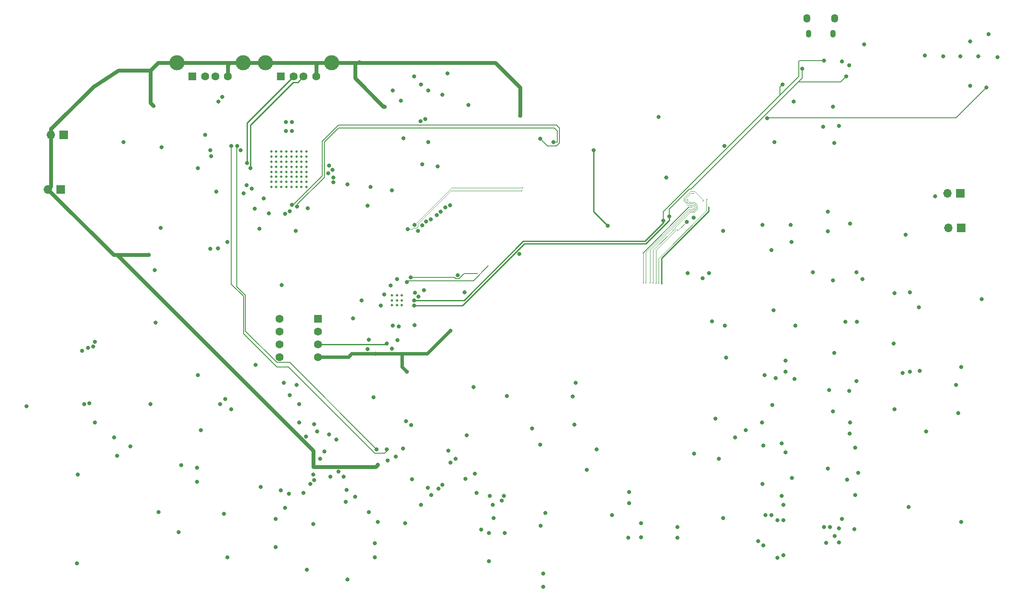
<source format=gbr>
%TF.GenerationSoftware,KiCad,Pcbnew,(5.99.0-9972-g9020611657)*%
%TF.CreationDate,2021-05-31T19:12:41-05:00*%
%TF.ProjectId,ti92revive,74693932-7265-4766-9976-652e6b696361,rev?*%
%TF.SameCoordinates,Original*%
%TF.FileFunction,Copper,L3,Inr*%
%TF.FilePolarity,Positive*%
%FSLAX46Y46*%
G04 Gerber Fmt 4.6, Leading zero omitted, Abs format (unit mm)*
G04 Created by KiCad (PCBNEW (5.99.0-9972-g9020611657)) date 2021-05-31 19:12:41*
%MOMM*%
%LPD*%
G01*
G04 APERTURE LIST*
%TA.AperFunction,ComponentPad*%
%ADD10R,1.700000X1.700000*%
%TD*%
%TA.AperFunction,ComponentPad*%
%ADD11O,1.700000X1.700000*%
%TD*%
%TA.AperFunction,ComponentPad*%
%ADD12O,1.350000X1.700000*%
%TD*%
%TA.AperFunction,ComponentPad*%
%ADD13O,1.100000X1.500000*%
%TD*%
%TA.AperFunction,ComponentPad*%
%ADD14R,1.600000X1.600000*%
%TD*%
%TA.AperFunction,ComponentPad*%
%ADD15C,1.600000*%
%TD*%
%TA.AperFunction,ComponentPad*%
%ADD16C,0.500000*%
%TD*%
%TA.AperFunction,ComponentPad*%
%ADD17C,3.000000*%
%TD*%
%TA.AperFunction,ViaPad*%
%ADD18C,0.300000*%
%TD*%
%TA.AperFunction,ViaPad*%
%ADD19C,0.800000*%
%TD*%
%TA.AperFunction,Conductor*%
%ADD20C,0.076200*%
%TD*%
%TA.AperFunction,Conductor*%
%ADD21C,0.127000*%
%TD*%
%TA.AperFunction,Conductor*%
%ADD22C,0.250000*%
%TD*%
%TA.AperFunction,Conductor*%
%ADD23C,0.200000*%
%TD*%
%TA.AperFunction,Conductor*%
%ADD24C,0.750000*%
%TD*%
%TA.AperFunction,Conductor*%
%ADD25C,0.700000*%
%TD*%
G04 APERTURE END LIST*
D10*
%TO.N,Net-(JP4-Pad1)*%
%TO.C,JP4*%
X247000000Y-68800000D03*
D11*
%TO.N,Net-(JP4-Pad2)*%
X244460000Y-68800000D03*
%TD*%
D12*
%TO.N,Earth_Clean*%
%TO.C,J1*%
X222105000Y-34085000D03*
D13*
X221795000Y-37085000D03*
X216955000Y-37085000D03*
D12*
X216645000Y-34085000D03*
%TD*%
D10*
%TO.N,Net-(R1-Pad2)*%
%TO.C,TH1*%
X68800000Y-68000000D03*
D11*
%TO.N,Earth_Clean*%
X66260000Y-68000000D03*
%TD*%
D14*
%TO.N,Net-(TP25-Pad1)*%
%TO.C,U5*%
X119750000Y-93620000D03*
D15*
%TO.N,SetPowerOFF*%
X119750000Y-96160000D03*
%TO.N,piWatchDogPin*%
X119750000Y-98700000D03*
%TO.N,Earth_Clean*%
X119750000Y-101240000D03*
%TO.N,Net-(U5-Pad5)*%
X112130000Y-101240000D03*
%TO.N,Net-(R13-Pad1)*%
X112130000Y-98700000D03*
%TO.N,SetPowerON*%
X112130000Y-96160000D03*
%TO.N,batCell+*%
X112130000Y-93620000D03*
%TD*%
D10*
%TO.N,batCell+*%
%TO.C,J2*%
X69400000Y-57200000D03*
D11*
%TO.N,Earth_Clean*%
X66860000Y-57200000D03*
%TD*%
D16*
%TO.N,N/C*%
%TO.C,U3*%
X134425000Y-90000000D03*
X135400000Y-90000000D03*
X135400000Y-89025000D03*
X134425000Y-89025000D03*
X136375000Y-90975000D03*
X136375000Y-89025000D03*
X135400000Y-90975000D03*
X134425000Y-90975000D03*
X136375000Y-90000000D03*
%TD*%
D14*
%TO.N,+5*%
%TO.C,J4*%
X94900000Y-45590000D03*
D15*
%TO.N,Net-(J4-Pad2)*%
X97400000Y-45590000D03*
%TO.N,Net-(J4-Pad3)*%
X99400000Y-45590000D03*
%TO.N,Earth_Clean*%
X101900000Y-45590000D03*
D17*
X91830000Y-42880000D03*
X104970000Y-42880000D03*
%TD*%
D16*
%TO.N,Earth_Clean*%
%TO.C,U7*%
X111500000Y-60500000D03*
X117500000Y-61500000D03*
X116500000Y-64500000D03*
X112500000Y-60500000D03*
X112500000Y-65500000D03*
X111500000Y-61500000D03*
X115500000Y-67500000D03*
X116500000Y-63500000D03*
X112500000Y-61500000D03*
X113500000Y-64500000D03*
X113500000Y-67500000D03*
X117500000Y-62500000D03*
X115500000Y-63500000D03*
X110500000Y-62500000D03*
X116500000Y-61500000D03*
X111500000Y-64500000D03*
X114500000Y-60500000D03*
X111500000Y-66500000D03*
X111500000Y-63500000D03*
X116500000Y-67500000D03*
X113500000Y-63500000D03*
X115500000Y-66500000D03*
X110500000Y-66500000D03*
X117500000Y-64500000D03*
X112500000Y-63500000D03*
X112500000Y-67500000D03*
X116500000Y-66500000D03*
X115500000Y-60500000D03*
X113500000Y-65500000D03*
X111500000Y-65500000D03*
X110500000Y-67500000D03*
X112500000Y-62500000D03*
X113500000Y-61500000D03*
X115500000Y-65500000D03*
X110500000Y-63500000D03*
X113500000Y-60500000D03*
X114500000Y-66500000D03*
X117500000Y-66500000D03*
X114500000Y-65500000D03*
X111500000Y-67500000D03*
X110500000Y-61500000D03*
X113500000Y-62500000D03*
X114500000Y-64500000D03*
X117500000Y-60500000D03*
X114500000Y-63500000D03*
X114500000Y-67500000D03*
X112500000Y-64500000D03*
X112500000Y-66500000D03*
X114500000Y-61500000D03*
X113500000Y-66500000D03*
X115500000Y-62500000D03*
X110500000Y-64500000D03*
X115500000Y-61500000D03*
X110500000Y-65500000D03*
X116500000Y-60500000D03*
X111500000Y-62500000D03*
X116500000Y-65500000D03*
X117500000Y-67500000D03*
X117500000Y-63500000D03*
X114500000Y-62500000D03*
X116500000Y-62500000D03*
X115500000Y-64500000D03*
X117500000Y-65500000D03*
X110500000Y-60500000D03*
%TD*%
D10*
%TO.N,BAT+*%
%TO.C,J3*%
X247200000Y-75600000D03*
D11*
%TO.N,batCell+*%
X244660000Y-75600000D03*
%TD*%
D14*
%TO.N,+5*%
%TO.C,J5*%
X112400000Y-45590000D03*
D15*
%TO.N,Net-(J5-Pad2)*%
X114900000Y-45590000D03*
%TO.N,Net-(J5-Pad3)*%
X116900000Y-45590000D03*
%TO.N,Earth_Clean*%
X119400000Y-45590000D03*
D17*
X122470000Y-42880000D03*
X109330000Y-42880000D03*
%TD*%
D18*
%TO.N,SD_DAT1*%
X193830000Y-71500000D03*
X184160000Y-86550000D03*
%TO.N,SD_DAT0*%
X196030000Y-70310000D03*
X184730000Y-86580000D03*
%TO.N,+3.3*%
X190080000Y-76090000D03*
%TO.N,SD_CLK*%
X194150000Y-68750000D03*
X185520000Y-86580000D03*
%TO.N,+3.3*%
X190860000Y-76060000D03*
X186140000Y-86590000D03*
%TO.N,SD_CMD*%
X192900000Y-70010000D03*
X186700000Y-86600000D03*
%TO.N,SD_DAT3*%
X196780000Y-69920000D03*
X187230000Y-86630000D03*
%TO.N,SD_DAT2*%
X197138110Y-71500000D03*
X187860000Y-86700000D03*
D19*
%TO.N,Net-(TP13-Pad1)*%
X117690000Y-71720000D03*
%TO.N,HDMI0_HOTPLUG*%
X137540000Y-75890000D03*
D18*
X160170000Y-68220000D03*
D19*
%TO.N,HDMI0_CEC*%
X138910000Y-75030000D03*
D18*
X160280000Y-67700000D03*
D19*
%TO.N,HDMI0_TX2_P*%
X145940000Y-71110000D03*
%TO.N,HDMI0_TX2_N*%
X145000000Y-71590000D03*
%TO.N,HDMI0_TX1_P*%
X144070000Y-72390000D03*
%TO.N,HDMI0_TX1_N*%
X143280000Y-73110000D03*
%TO.N,HDMI0_TX0_P*%
X142150000Y-73940000D03*
%TO.N,HDMI0_TX0_N*%
X141171212Y-74341212D03*
%TO.N,HDMI0_CK_P*%
X140460000Y-75110000D03*
%TO.N,HDMI0_CK_N*%
X139570000Y-76200000D03*
D18*
%TO.N,HDMI0_SCL*%
X151360000Y-84710000D03*
D19*
X138120000Y-85450000D03*
D18*
%TO.N,HDMI0_SDA*%
X153490000Y-83200000D03*
D19*
X137370000Y-86370000D03*
%TO.N,col9*%
X227600000Y-85800000D03*
X125600000Y-145400000D03*
X225000000Y-108000000D03*
X153600000Y-136200000D03*
X183800000Y-134200000D03*
X183800000Y-137000000D03*
X225200000Y-74800000D03*
X207800000Y-126400000D03*
X224600000Y-125600000D03*
X156800000Y-136200000D03*
X153600000Y-141725010D03*
X199200000Y-121400000D03*
X226200000Y-119200000D03*
X194250933Y-120450924D03*
%TO.N,col7*%
X226400000Y-106000000D03*
X75600000Y-114200000D03*
X163800000Y-118600000D03*
X214200000Y-105600000D03*
X123800000Y-124000000D03*
X143600000Y-127400000D03*
X223600000Y-133400000D03*
X221200000Y-135000000D03*
X75200000Y-99200000D03*
X210439402Y-105391393D03*
X237000000Y-104200000D03*
X79400000Y-117200000D03*
X154400000Y-130600000D03*
X157200000Y-109000000D03*
%TO.N,col8*%
X170777895Y-106325010D03*
X170200000Y-109074990D03*
X235600000Y-104400000D03*
X175000000Y-119600000D03*
X75600000Y-98200000D03*
X214325010Y-95002163D03*
X113000000Y-106400000D03*
X170601017Y-114674990D03*
X163887340Y-134687340D03*
X156159327Y-129725010D03*
X151200000Y-128200000D03*
%TO.N,col0*%
X123400000Y-117600000D03*
X149000000Y-125400000D03*
X72200000Y-124600000D03*
X238800000Y-91400000D03*
X121000000Y-120000000D03*
X251274990Y-89800000D03*
X247194454Y-133994454D03*
X156600000Y-128800000D03*
X147000000Y-121400000D03*
X137200000Y-114000000D03*
X200000000Y-133200000D03*
X101800000Y-141000000D03*
%TO.N,Net-(D84-Pad2)*%
X101800000Y-78400000D03*
X99912660Y-79687340D03*
%TO.N,Net-(R12-Pad2)*%
X252200000Y-47800000D03*
X208718838Y-53871126D03*
%TO.N,+5*%
X133600000Y-121800000D03*
X129612660Y-71187340D03*
X136680578Y-57874990D03*
X134600000Y-48400000D03*
X130200000Y-67525010D03*
X143462500Y-63400000D03*
X223587340Y-42587340D03*
X187200000Y-53600000D03*
X194200000Y-73600000D03*
X131600000Y-134000000D03*
%TO.N,Earth_Clean*%
X159600925Y-80820729D03*
X131624959Y-122600000D03*
X247000000Y-41600000D03*
X115400000Y-76200000D03*
X135404116Y-85800000D03*
X87200000Y-51400000D03*
X99500000Y-100500000D03*
X72000000Y-142200000D03*
X86200000Y-81000000D03*
X147420000Y-85020000D03*
X137400000Y-104200000D03*
X108200000Y-75800000D03*
X134194796Y-87050779D03*
X131149990Y-100600000D03*
X141000000Y-54000000D03*
X128000000Y-42800000D03*
X129800000Y-132000000D03*
X149605546Y-51205546D03*
X132950000Y-51550000D03*
X134400000Y-68200000D03*
X146000000Y-96000000D03*
X159800000Y-53400000D03*
%TO.N,SDA*%
X211800000Y-47200000D03*
X138800000Y-90000000D03*
X220000000Y-42400000D03*
X188205582Y-74205582D03*
%TO.N,SCL*%
X215700010Y-44021732D03*
X189331890Y-73360297D03*
X138800000Y-91000000D03*
X224400000Y-45600000D03*
%TO.N,+3.3*%
X225000000Y-43400000D03*
X192809313Y-74408664D03*
X254400000Y-41800000D03*
%TO.N,+3.3 High Current*%
X107200000Y-71800000D03*
X105000000Y-68800000D03*
X125600000Y-67000000D03*
X104400000Y-60250000D03*
X88800000Y-59600000D03*
X98400000Y-60200000D03*
X114137536Y-72337531D03*
%TO.N,5vRegulator*%
X140400000Y-63000000D03*
X144400000Y-49200000D03*
%TO.N,Net-(J4-Pad2)*%
X100000000Y-50600000D03*
X105600000Y-67200000D03*
%TO.N,Net-(J5-Pad2)*%
X105674990Y-62800000D03*
%TO.N,row0*%
X87600000Y-94400000D03*
X211600000Y-118400000D03*
X226800000Y-124200000D03*
X202400000Y-117200000D03*
%TO.N,Net-(J5-Pad3)*%
X106400000Y-63800000D03*
%TO.N,Net-(JP4-Pad2)*%
X236200000Y-77000000D03*
X200000000Y-76200000D03*
%TO.N,row4*%
X213686179Y-125274990D03*
X242000000Y-69400000D03*
X210800000Y-133600000D03*
X164400000Y-144200000D03*
X117587340Y-143412660D03*
X225125010Y-116400000D03*
X220800000Y-123400000D03*
X164400000Y-146800000D03*
X210800000Y-141074990D03*
%TO.N,row5*%
X219800000Y-55600000D03*
X125397997Y-127625021D03*
X220800000Y-72400000D03*
X115527796Y-106753116D03*
X200400000Y-95000000D03*
X120200000Y-121400000D03*
X209600000Y-80000000D03*
X221800000Y-86000000D03*
X220800000Y-76274990D03*
X122200000Y-125000000D03*
X197800000Y-94200000D03*
X234000000Y-88600000D03*
X221800000Y-51600000D03*
X207800000Y-75000000D03*
X237000000Y-88400000D03*
X122000000Y-116600000D03*
X210000000Y-92000000D03*
%TO.N,row6*%
X240200000Y-116000000D03*
X246600000Y-112400000D03*
X208200000Y-104800000D03*
X222000000Y-100400000D03*
X247200000Y-103200000D03*
X233800000Y-98600000D03*
X209800000Y-110800000D03*
X209600000Y-132600000D03*
X246200000Y-106800000D03*
X221800000Y-112000000D03*
X221000000Y-107800000D03*
X208000000Y-118800000D03*
X225200000Y-114200000D03*
X234000000Y-111600000D03*
%TO.N,row7*%
X220000000Y-135000000D03*
X127125010Y-129000000D03*
X226000000Y-135400000D03*
X101125010Y-132324835D03*
X223000000Y-135200000D03*
X208000000Y-138600000D03*
X208400000Y-132600000D03*
X220400000Y-138125010D03*
X125224978Y-129942949D03*
%TO.N,Net-(TP14-Pad1)*%
X113400000Y-56400000D03*
X113400000Y-54600000D03*
%TO.N,Net-(D1-Pad2)*%
X252600000Y-37200000D03*
%TO.N,Net-(TP15-Pad1)*%
X114600000Y-56400000D03*
X114600000Y-54600000D03*
%TO.N,BAT+*%
X132200000Y-91000000D03*
X126725010Y-93600000D03*
X112600000Y-87000000D03*
X193000000Y-84600000D03*
X99600000Y-68400000D03*
%TO.N,Net-(C3-Pad1)*%
X132850010Y-88800000D03*
X128400000Y-90000000D03*
%TO.N,piWatchDogPin*%
X188800000Y-65600000D03*
X133400000Y-98600000D03*
%TO.N,+1.8*%
X81200000Y-58600000D03*
X177200000Y-75200000D03*
X174400000Y-60200000D03*
%TO.N,Net-(D81-Pad2)*%
X249000000Y-38600000D03*
%TO.N,Net-(D81-Pad1)*%
X250600000Y-41600000D03*
X148800000Y-88400000D03*
X197200000Y-84600000D03*
X139630377Y-89274990D03*
%TO.N,Net-(R1-Pad2)*%
X135512660Y-97874990D03*
X138909085Y-94916235D03*
X129800000Y-97800000D03*
X87400000Y-84000000D03*
%TO.N,CCVref*%
X195949845Y-85624835D03*
X249000000Y-47400000D03*
%TO.N,!PowerGood*%
X138947414Y-88524990D03*
X140800000Y-88000000D03*
%TO.N,Net-(R4-Pad2)*%
X134600000Y-95000000D03*
X129600000Y-99649990D03*
%TO.N,Net-(R8-Pad2)*%
X135800000Y-95200000D03*
X134450010Y-99587340D03*
%TO.N,Net-(D82-Pad2)*%
X223000000Y-55400000D03*
X228000000Y-39200000D03*
X107400000Y-102800000D03*
X222000000Y-58800000D03*
%TO.N,Net-(C9-Pad1)*%
X145400000Y-45000000D03*
X136200000Y-50400000D03*
%TO.N,Net-(C10-Pad2)*%
X140073726Y-54499990D03*
X141600000Y-58600000D03*
X140200000Y-47200000D03*
X138800000Y-45600000D03*
X141600000Y-48400000D03*
%TO.N,batCell+*%
X97400000Y-57200000D03*
%TO.N,Net-(TP16-Pad1)*%
X122600000Y-64074990D03*
%TO.N,SetPowerOFF*%
X98400000Y-79800000D03*
%TO.N,Net-(U5-Pad5)*%
X96000000Y-104800000D03*
X62000000Y-111000000D03*
%TO.N,col1*%
X200600000Y-101400000D03*
X212000000Y-130600000D03*
X150578453Y-107181604D03*
X198512660Y-113474990D03*
X135187340Y-120987340D03*
X210200000Y-58600000D03*
X204541310Y-115775021D03*
X119600000Y-116000000D03*
X96600000Y-115800000D03*
X214000000Y-50600000D03*
%TO.N,+1*%
X110032191Y-72725010D03*
X113200000Y-72800000D03*
X98600000Y-61400000D03*
X96000000Y-63800000D03*
%TO.N,Net-(TP17-Pad1)*%
X121800000Y-64800000D03*
%TO.N,Net-(TP18-Pad1)*%
X122800000Y-65600000D03*
%TO.N,Net-(TP19-Pad1)*%
X122800000Y-66600000D03*
%TO.N,USB_HOST_N*%
X163800000Y-57949980D03*
X114600000Y-71050002D03*
%TO.N,USB_HOST_P*%
X115624943Y-71400000D03*
X166400000Y-58649990D03*
%TO.N,Net-(TP22-Pad1)*%
X121942937Y-63281277D03*
%TO.N,Net-(D2-Pad1)*%
X243600000Y-41600000D03*
%TO.N,Net-(D4-Pad1)*%
X240000000Y-41400000D03*
%TO.N,Net-(R18-Pad1)*%
X131000000Y-141000000D03*
X131000000Y-138200000D03*
%TO.N,Net-(R20-Pad1)*%
X207000000Y-137800000D03*
X223000000Y-138000000D03*
%TO.N,Net-(R15-Pad1)*%
X88571438Y-75607436D03*
X109000000Y-69800000D03*
%TO.N,Net-(J4-Pad3)*%
X106600000Y-67800000D03*
X100800000Y-49600000D03*
%TO.N,/USB and Keyboard connections/KEYBOARD_USB_DN*%
X133400000Y-119600000D03*
X102600000Y-59400000D03*
%TO.N,/USB and Keyboard connections/KEYBOARD_USB_DP*%
X131400000Y-119600000D03*
X103800000Y-59400000D03*
%TO.N,col3*%
X226499216Y-94274990D03*
X224224979Y-94274990D03*
X236800000Y-131000000D03*
X113200000Y-131200000D03*
X112400000Y-127725010D03*
X152143539Y-135518191D03*
X102600000Y-111600000D03*
X101400000Y-109600000D03*
%TO.N,col5*%
X116000000Y-114200000D03*
X144400000Y-126600000D03*
X162200000Y-115400000D03*
X149200000Y-116800000D03*
X73037423Y-100000000D03*
X213400000Y-75000000D03*
X140200000Y-130600000D03*
X137000000Y-134200000D03*
X119000000Y-114600000D03*
X212000000Y-140600000D03*
X212400000Y-104200000D03*
X212400000Y-120200000D03*
X130800000Y-109200000D03*
X207725010Y-114200000D03*
X142200000Y-128600000D03*
X211600000Y-128800000D03*
X213600000Y-78400000D03*
X138200000Y-114725010D03*
X212000000Y-133600000D03*
X117366633Y-116987759D03*
%TO.N,row1*%
X100400000Y-110600000D03*
X86600000Y-110600000D03*
X73487435Y-110630377D03*
%TO.N,col2*%
X226200000Y-128600000D03*
X138408764Y-125470496D03*
X95800000Y-126000000D03*
X95800000Y-123200000D03*
X200257446Y-59352589D03*
X212400000Y-102000000D03*
%TO.N,col4*%
X222149845Y-136775165D03*
X153812660Y-128787340D03*
X217800000Y-84400000D03*
X114200000Y-108800000D03*
X226400000Y-84400000D03*
X116000000Y-110600000D03*
X239000000Y-104000000D03*
X118800000Y-124600000D03*
X116906349Y-128189075D03*
%TO.N,col6*%
X82600000Y-119000000D03*
X108400000Y-127000000D03*
X74474990Y-110400000D03*
X74200000Y-99400000D03*
X141513348Y-127175010D03*
%TO.N,row3*%
X154600000Y-133200000D03*
X114000000Y-128400000D03*
X191000000Y-135000000D03*
X178000000Y-132600000D03*
X92200000Y-136000000D03*
X164800000Y-132200000D03*
X190948000Y-137074990D03*
X118800000Y-134400000D03*
X111400000Y-139000000D03*
X88200000Y-132000000D03*
X118200000Y-126400000D03*
X111400000Y-133400000D03*
%TO.N,row2*%
X145600000Y-119800000D03*
X124800000Y-125000000D03*
X136600000Y-119400000D03*
X119005850Y-125674990D03*
X181400000Y-130200000D03*
X92667809Y-122725010D03*
X173000000Y-123600000D03*
X80000000Y-120800000D03*
X181400000Y-128024979D03*
X146000000Y-122200000D03*
X150800000Y-124400000D03*
X181200000Y-137074990D03*
%TD*%
D20*
%TO.N,+3.3*%
X191157977Y-76060000D02*
X190860000Y-76060000D01*
X192809313Y-74408664D02*
X191157977Y-76060000D01*
X190080000Y-76120000D02*
X190080000Y-76090000D01*
X186140000Y-80060000D02*
X190080000Y-76120000D01*
%TO.N,SD_CMD*%
X192838633Y-70021368D02*
X192850001Y-70010000D01*
X192838633Y-70026772D02*
X192838633Y-70021368D01*
X193371339Y-70559477D02*
X192838633Y-70026772D01*
X194890522Y-71134889D02*
X194315109Y-70559477D01*
X194335110Y-72520522D02*
X194890522Y-71965110D01*
X193491344Y-72520522D02*
X194335110Y-72520522D01*
X190458101Y-75853711D02*
X190458101Y-75553773D01*
X190468101Y-76276289D02*
X190468101Y-75863711D01*
X192850001Y-70010000D02*
X192900000Y-70010000D01*
X186700000Y-80044390D02*
X190468101Y-76276289D01*
%TO.N,SD_CLK*%
X192492422Y-69868200D02*
X193610622Y-68750000D01*
X192492422Y-70171179D02*
X192492422Y-69868200D01*
X193156930Y-70835688D02*
X192492422Y-70171179D01*
X194614312Y-71279257D02*
X194170699Y-70835688D01*
X193331298Y-72214312D02*
X194250700Y-72214312D01*
X185520000Y-80025610D02*
X193331298Y-72214312D01*
%TO.N,SD_CMD*%
X194890522Y-71965110D02*
X194890522Y-71134889D01*
%TO.N,SD_CLK*%
X185520000Y-86580000D02*
X185520000Y-80025610D01*
%TO.N,SD_CMD*%
X190468101Y-75863711D02*
X190458101Y-75853711D01*
%TO.N,SD_DAT0*%
X192216211Y-69723789D02*
X193578111Y-68361889D01*
X193042519Y-71111899D02*
X192216211Y-70285589D01*
%TO.N,SD_CLK*%
X194250700Y-72214312D02*
X194614312Y-71850699D01*
%TO.N,SD_DAT0*%
X194258101Y-71313711D02*
X194056289Y-71111899D01*
%TO.N,SD_CMD*%
X194315109Y-70559477D02*
X193371339Y-70559477D01*
X190458101Y-75553773D02*
X193491344Y-72520522D01*
%TO.N,SD_DAT0*%
X194136289Y-71938101D02*
X194258101Y-71816289D01*
X184730000Y-86580000D02*
X184730000Y-80424975D01*
X194056289Y-71111899D02*
X193042519Y-71111899D01*
X194336294Y-68361889D02*
X196030000Y-70055595D01*
X193578111Y-68361889D02*
X194336294Y-68361889D01*
%TO.N,+3.3*%
X186140000Y-86590000D02*
X186140000Y-80060000D01*
%TO.N,SD_DAT0*%
X196030000Y-70055595D02*
X196030000Y-70310000D01*
%TO.N,SD_CLK*%
X194170699Y-70835688D02*
X193156930Y-70835688D01*
%TO.N,SD_DAT0*%
X192216211Y-70285589D02*
X192216211Y-69723789D01*
X194258101Y-71816289D02*
X194258101Y-71313711D01*
%TO.N,SD_CLK*%
X193610622Y-68750000D02*
X194150000Y-68750000D01*
%TO.N,SD_DAT0*%
X184730000Y-80424975D02*
X193216898Y-71938101D01*
X193216898Y-71938101D02*
X194136289Y-71938101D01*
%TO.N,SD_CMD*%
X186700000Y-86600000D02*
X186700000Y-80044390D01*
%TO.N,SD_CLK*%
X194614312Y-71850699D02*
X194614312Y-71279257D01*
%TO.N,SD_DAT1*%
X193260000Y-71500000D02*
X193830000Y-71500000D01*
D21*
X184160000Y-80600000D02*
X193260000Y-71500000D01*
D20*
X184160000Y-86550000D02*
X184160000Y-80600000D01*
D22*
%TO.N,SCL*%
X189331890Y-74104594D02*
X189331890Y-73360297D01*
X160621762Y-78726890D02*
X184709594Y-78726890D01*
X148348652Y-91000000D02*
X160621762Y-78726890D01*
X138800000Y-91000000D02*
X148348652Y-91000000D01*
%TO.N,SDA*%
X160435363Y-78276879D02*
X184523121Y-78276879D01*
X148712225Y-90000000D02*
X160435363Y-78276879D01*
X138800000Y-90000000D02*
X148712225Y-90000000D01*
X184523121Y-78276879D02*
X188205582Y-74594418D01*
%TO.N,SCL*%
X184709594Y-78726890D02*
X189331890Y-74104594D01*
%TO.N,SDA*%
X188205582Y-74594418D02*
X188205582Y-74205582D01*
D23*
%TO.N,SCL*%
X189331890Y-71909949D02*
X189331890Y-73360297D01*
X193299949Y-67941889D02*
X189331890Y-71909949D01*
X193658111Y-67941889D02*
X193299949Y-67941889D01*
X214900000Y-46700000D02*
X193658111Y-67941889D01*
%TO.N,SDA*%
X188205582Y-72394418D02*
X188205582Y-74205582D01*
X211300000Y-49300000D02*
X188205582Y-72394418D01*
D20*
%TO.N,SD_DAT3*%
X196750000Y-69950000D02*
X196780000Y-69920000D01*
X196750000Y-72190000D02*
X196750000Y-69950000D01*
X187230000Y-81710000D02*
X196750000Y-72190000D01*
D22*
%TO.N,SD_DAT2*%
X197138110Y-72361890D02*
X197138110Y-71500000D01*
X187860000Y-81640000D02*
X197138110Y-72361890D01*
X187860000Y-86700000D02*
X187860000Y-81640000D01*
D20*
%TO.N,SD_DAT3*%
X187230000Y-86630000D02*
X187230000Y-81710000D01*
D21*
%TO.N,HDMI0_SCL*%
X148711982Y-84710000D02*
X151360000Y-84710000D01*
X147061519Y-85683501D02*
X147738481Y-85683501D01*
X146828018Y-85450000D02*
X147061519Y-85683501D01*
X138120000Y-85450000D02*
X146828018Y-85450000D01*
X147738481Y-85683501D02*
X148711982Y-84710000D01*
%TO.N,HDMI0_SDA*%
X150576499Y-86113501D02*
X137626499Y-86113501D01*
X137626499Y-86113501D02*
X137370000Y-86370000D01*
X153490000Y-83200000D02*
X150576499Y-86113501D01*
D20*
%TO.N,HDMI0_HOTPLUG*%
X160170000Y-68220000D02*
X146130000Y-68220000D01*
X146130000Y-68220000D02*
X139548111Y-74801889D01*
X139548111Y-74801889D02*
X139548111Y-75336294D01*
X139216294Y-75668111D02*
X138681889Y-75668111D01*
X139548111Y-75336294D02*
X139216294Y-75668111D01*
X138681889Y-75668111D02*
X138460000Y-75890000D01*
X138460000Y-75890000D02*
X137540000Y-75890000D01*
%TO.N,HDMI0_CEC*%
X160280000Y-67700000D02*
X146240000Y-67700000D01*
X146240000Y-67700000D02*
X138910000Y-75030000D01*
D23*
%TO.N,Net-(R12-Pad2)*%
X252200000Y-47800000D02*
X246200000Y-53800000D01*
X246200000Y-53800000D02*
X208789964Y-53800000D01*
X208789964Y-53800000D02*
X208718838Y-53871126D01*
D24*
%TO.N,Earth_Clean*%
X75308998Y-47600001D02*
X80207018Y-44400000D01*
X127120000Y-42880000D02*
X127120000Y-45920000D01*
X79260000Y-81000000D02*
X86200000Y-81000000D01*
X79260000Y-81000000D02*
X80000000Y-81000000D01*
X88120000Y-42880000D02*
X102320000Y-42880000D01*
X131224959Y-123000000D02*
X131624959Y-122600000D01*
X102320000Y-42880000D02*
X119720000Y-42880000D01*
X102320000Y-42880000D02*
X101900000Y-43300000D01*
X88120000Y-42880000D02*
X91830000Y-42880000D01*
X119400000Y-43200000D02*
X119400000Y-45590000D01*
D25*
X136400000Y-103200000D02*
X137400000Y-104200000D01*
X136400000Y-100600000D02*
X141400000Y-100600000D01*
D24*
X127120000Y-42880000D02*
X154880000Y-42880000D01*
X159800000Y-47800000D02*
X159800000Y-53400000D01*
X132750000Y-51550000D02*
X132950000Y-51550000D01*
D25*
X130400000Y-100600000D02*
X131149990Y-100600000D01*
X125840000Y-101240000D02*
X126480000Y-100600000D01*
D24*
X66260000Y-68000000D02*
X79260000Y-81000000D01*
X80207018Y-44400000D02*
X86600000Y-44400000D01*
X154880000Y-42880000D02*
X159800000Y-47800000D01*
D25*
X136400000Y-100600000D02*
X136400000Y-103200000D01*
D24*
X127120000Y-42880000D02*
X128080000Y-42880000D01*
D25*
X126480000Y-100600000D02*
X130400000Y-100600000D01*
D24*
X66860000Y-67400000D02*
X66260000Y-68000000D01*
X66968999Y-55940000D02*
X75308998Y-47600001D01*
D25*
X130400000Y-100600000D02*
X136400000Y-100600000D01*
D24*
X80000000Y-81000000D02*
X99500000Y-100500000D01*
X66860000Y-55940000D02*
X66968999Y-55940000D01*
D22*
X102260000Y-45590000D02*
X101900000Y-45590000D01*
D24*
X127120000Y-45920000D02*
X132750000Y-51550000D01*
D25*
X141400000Y-100600000D02*
X146000000Y-96000000D01*
D24*
X118800000Y-123000000D02*
X131224959Y-123000000D01*
X86600000Y-44400000D02*
X86600000Y-50800000D01*
D25*
X119750000Y-101240000D02*
X125840000Y-101240000D01*
D24*
X99500000Y-100500000D02*
X118800000Y-119800000D01*
X119720000Y-42880000D02*
X127120000Y-42880000D01*
X66860000Y-57200000D02*
X66860000Y-55940000D01*
X119720000Y-42880000D02*
X119400000Y-43200000D01*
X66860000Y-57200000D02*
X66860000Y-67400000D01*
D22*
X119760000Y-45590000D02*
X119400000Y-45590000D01*
D24*
X86600000Y-44400000D02*
X88120000Y-42880000D01*
X86600000Y-50800000D02*
X87200000Y-51400000D01*
X101900000Y-43300000D02*
X101900000Y-45590000D01*
X118800000Y-119800000D02*
X118800000Y-123000000D01*
D23*
%TO.N,SDA*%
X215000000Y-45600000D02*
X215000000Y-42600000D01*
X215000000Y-42600000D02*
X215200000Y-42400000D01*
X211300000Y-49300000D02*
X215000000Y-45600000D01*
X215200000Y-42400000D02*
X220000000Y-42400000D01*
X211300000Y-49300000D02*
X211300000Y-47700000D01*
X211300000Y-47700000D02*
X211800000Y-47200000D01*
%TO.N,SCL*%
X223300000Y-46700000D02*
X224400000Y-45600000D01*
X215700010Y-45899990D02*
X215700010Y-44021732D01*
X214900000Y-46700000D02*
X223300000Y-46700000D01*
X214900000Y-46700000D02*
X215700010Y-45899990D01*
D22*
%TO.N,Net-(J5-Pad2)*%
X114900000Y-45590000D02*
X105674990Y-54815010D01*
X105674990Y-54815010D02*
X105674990Y-62800000D01*
%TO.N,Net-(J5-Pad3)*%
X115774989Y-46715011D02*
X116900000Y-45590000D01*
X106400000Y-63800000D02*
X106400000Y-55200000D01*
X106400000Y-55200000D02*
X114884989Y-46715011D01*
X114884989Y-46715011D02*
X115774989Y-46715011D01*
%TO.N,piWatchDogPin*%
X133300000Y-98700000D02*
X133400000Y-98600000D01*
X119750000Y-98700000D02*
X133300000Y-98700000D01*
%TO.N,+1.8*%
X174400000Y-60200000D02*
X174400000Y-72400000D01*
X174400000Y-72400000D02*
X177200000Y-75200000D01*
%TO.N,Net-(TP16-Pad1)*%
X122674999Y-64149989D02*
X122600000Y-64074990D01*
D23*
%TO.N,USB_HOST_N*%
X114600000Y-71050002D02*
X114864924Y-71050002D01*
X114864924Y-71050002D02*
X120599991Y-65314935D01*
X120599991Y-58434296D02*
X123834287Y-55200000D01*
X165250020Y-59400000D02*
X163800000Y-57949980D01*
X167000000Y-59400000D02*
X165250020Y-59400000D01*
X167000000Y-55200000D02*
X167600000Y-55800000D01*
X123834287Y-55200000D02*
X167000000Y-55200000D01*
X167600000Y-55800000D02*
X167600000Y-58800000D01*
X120599991Y-65314935D02*
X120599991Y-58434296D01*
X167600000Y-58800000D02*
X167000000Y-59400000D01*
%TO.N,USB_HOST_P*%
X115624943Y-70975057D02*
X121000011Y-65599989D01*
X166600010Y-55800010D02*
X167199989Y-56399989D01*
X167199989Y-58600011D02*
X167150010Y-58649990D01*
X167199989Y-56399989D02*
X167199989Y-58600011D01*
X167150010Y-58649990D02*
X166400000Y-58649990D01*
X121000011Y-58599989D02*
X123799990Y-55800010D01*
X121000011Y-65599989D02*
X121000011Y-58599989D01*
X123799990Y-55800010D02*
X166600010Y-55800010D01*
X115624943Y-71400000D02*
X115624943Y-70975057D01*
%TO.N,/USB and Keyboard connections/KEYBOARD_USB_DN*%
X131039994Y-120350011D02*
X133000000Y-120350011D01*
X102600000Y-59400000D02*
X102600000Y-86800000D01*
X102600000Y-86800000D02*
X105000000Y-89200000D01*
X105000000Y-96600000D02*
X111600000Y-103200000D01*
X133400000Y-119950011D02*
X133400000Y-119600000D01*
X133000000Y-120350011D02*
X133400000Y-119950011D01*
X105000000Y-89200000D02*
X105000000Y-96600000D01*
X111600000Y-103200000D02*
X113889983Y-103200000D01*
X113889983Y-103200000D02*
X131039994Y-120350011D01*
%TO.N,/USB and Keyboard connections/KEYBOARD_USB_DP*%
X103800000Y-59400000D02*
X103800000Y-59813998D01*
X103800000Y-59813998D02*
X103699999Y-59913999D01*
X105400011Y-89034311D02*
X105400011Y-96138028D01*
X114140011Y-102340011D02*
X131400000Y-119600000D01*
X103699999Y-87334299D02*
X105400011Y-89034311D01*
X111601994Y-102340011D02*
X114140011Y-102340011D01*
X105400011Y-96138028D02*
X111601994Y-102340011D01*
X103699999Y-59913999D02*
X103699999Y-87334299D01*
%TD*%
M02*

</source>
